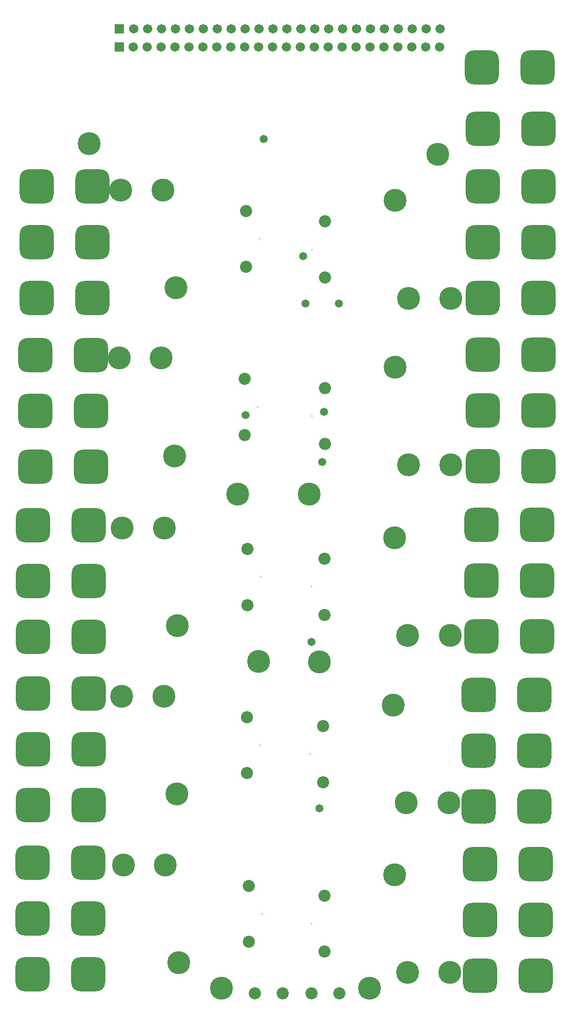
<source format=gts>
%FSLAX23Y23*%
%MOIN*%
G70*
G01*
G75*
G04 Layer_Color=8388736*
%ADD10C,0.031*%
%ADD11C,0.197*%
%ADD12C,0.236*%
%ADD13C,0.165*%
%ADD14C,0.157*%
%ADD15C,0.059*%
%ADD16R,0.059X0.059*%
G04:AMPARAMS|DCode=17|XSize=236mil|YSize=236mil|CornerRadius=59mil|HoleSize=0mil|Usage=FLASHONLY|Rotation=0.000|XOffset=0mil|YOffset=0mil|HoleType=Round|Shape=RoundedRectangle|*
%AMROUNDEDRECTD17*
21,1,0.236,0.118,0,0,0.0*
21,1,0.118,0.236,0,0,0.0*
1,1,0.118,0.059,-0.059*
1,1,0.118,-0.059,-0.059*
1,1,0.118,-0.059,0.059*
1,1,0.118,0.059,0.059*
%
%ADD17ROUNDEDRECTD17*%
%ADD18C,0.157*%
G04:AMPARAMS|DCode=19|XSize=236mil|YSize=236mil|CornerRadius=59mil|HoleSize=0mil|Usage=FLASHONLY|Rotation=270.000|XOffset=0mil|YOffset=0mil|HoleType=Round|Shape=RoundedRectangle|*
%AMROUNDEDRECTD19*
21,1,0.236,0.118,0,0,270.0*
21,1,0.118,0.236,0,0,270.0*
1,1,0.118,-0.059,-0.059*
1,1,0.118,-0.059,0.059*
1,1,0.118,0.059,0.059*
1,1,0.118,0.059,-0.059*
%
%ADD19ROUNDEDRECTD19*%
%ADD20C,0.079*%
%ADD21C,0.050*%
%ADD22C,0.079*%
%ADD23C,0.039*%
%ADD24C,0.071*%
%ADD25C,0.059*%
%ADD26R,0.031X0.024*%
%ADD27R,0.060X0.100*%
%ADD28R,0.100X0.060*%
%ADD29C,0.118*%
%ADD30C,0.008*%
%ADD31C,0.010*%
%ADD32C,0.006*%
%ADD33C,0.067*%
%ADD34R,0.067X0.067*%
G04:AMPARAMS|DCode=35|XSize=244mil|YSize=244mil|CornerRadius=63mil|HoleSize=0mil|Usage=FLASHONLY|Rotation=0.000|XOffset=0mil|YOffset=0mil|HoleType=Round|Shape=RoundedRectangle|*
%AMROUNDEDRECTD35*
21,1,0.244,0.118,0,0,0.0*
21,1,0.118,0.244,0,0,0.0*
1,1,0.126,0.059,-0.059*
1,1,0.126,-0.059,-0.059*
1,1,0.126,-0.059,0.059*
1,1,0.126,0.059,0.059*
%
%ADD35ROUNDEDRECTD35*%
%ADD36C,0.165*%
G04:AMPARAMS|DCode=37|XSize=244mil|YSize=244mil|CornerRadius=63mil|HoleSize=0mil|Usage=FLASHONLY|Rotation=270.000|XOffset=0mil|YOffset=0mil|HoleType=Round|Shape=RoundedRectangle|*
%AMROUNDEDRECTD37*
21,1,0.244,0.118,0,0,270.0*
21,1,0.118,0.244,0,0,270.0*
1,1,0.126,-0.059,-0.059*
1,1,0.126,-0.059,0.059*
1,1,0.126,0.059,0.059*
1,1,0.126,0.059,-0.059*
%
%ADD37ROUNDEDRECTD37*%
%ADD38C,0.087*%
%ADD39C,0.008*%
%ADD40C,0.058*%
D33*
X869Y7216D02*
D03*
X969D02*
D03*
X1069D02*
D03*
X1169D02*
D03*
X1269D02*
D03*
X1369D02*
D03*
X1469D02*
D03*
X1569D02*
D03*
X1669D02*
D03*
X1769D02*
D03*
X1869D02*
D03*
X1969D02*
D03*
X2069D02*
D03*
X2169D02*
D03*
X2269D02*
D03*
X2369D02*
D03*
X2469D02*
D03*
X2569D02*
D03*
X2669D02*
D03*
X2769D02*
D03*
X2869D02*
D03*
X2969D02*
D03*
X3069D02*
D03*
X867Y7088D02*
D03*
X967D02*
D03*
X1067D02*
D03*
X1167D02*
D03*
X1267D02*
D03*
X1367D02*
D03*
X1467D02*
D03*
X1567D02*
D03*
X1667D02*
D03*
X1767D02*
D03*
X1867D02*
D03*
X1967D02*
D03*
X2067D02*
D03*
X2167D02*
D03*
X2267D02*
D03*
X2367D02*
D03*
X2467D02*
D03*
X2567D02*
D03*
X2667D02*
D03*
X2767D02*
D03*
X2867D02*
D03*
X2967D02*
D03*
X3067D02*
D03*
D34*
X767Y7216D02*
D03*
X767Y7088D02*
D03*
D35*
X3370Y6941D02*
D03*
X3770D02*
D03*
X3377Y6501D02*
D03*
X3777D02*
D03*
D36*
X1767Y2681D02*
D03*
X2202Y2676D02*
D03*
X2128Y3881D02*
D03*
X1617D02*
D03*
X1162Y4155D02*
D03*
X1067Y4856D02*
D03*
X764D02*
D03*
X1173Y5361D02*
D03*
X1079Y6062D02*
D03*
X776D02*
D03*
X2747Y5986D02*
D03*
X2842Y5285D02*
D03*
X3145D02*
D03*
X2746Y4790D02*
D03*
X2841Y4089D02*
D03*
X3144D02*
D03*
X1182Y2936D02*
D03*
X1088Y3636D02*
D03*
X785D02*
D03*
X2743Y3566D02*
D03*
X2837Y2866D02*
D03*
X3141D02*
D03*
X1178Y1731D02*
D03*
X1084Y2432D02*
D03*
X781D02*
D03*
X2733Y2366D02*
D03*
X2827Y1666D02*
D03*
X3131D02*
D03*
X1192Y520D02*
D03*
X1097Y1221D02*
D03*
X794D02*
D03*
X2742Y1151D02*
D03*
X2837Y450D02*
D03*
X3140D02*
D03*
X3052Y6316D02*
D03*
X548Y6395D02*
D03*
X1498Y338D02*
D03*
X2561D02*
D03*
D37*
X172Y6086D02*
D03*
Y5686D02*
D03*
X572Y6086D02*
D03*
Y5686D02*
D03*
Y5286D02*
D03*
X172D02*
D03*
X162Y4876D02*
D03*
Y4476D02*
D03*
X562Y4876D02*
D03*
Y4476D02*
D03*
Y4076D02*
D03*
X162D02*
D03*
X147Y3656D02*
D03*
Y3256D02*
D03*
X547Y3656D02*
D03*
Y3256D02*
D03*
Y2856D02*
D03*
X147D02*
D03*
Y2451D02*
D03*
Y2051D02*
D03*
X547Y2451D02*
D03*
Y2051D02*
D03*
Y1651D02*
D03*
X147D02*
D03*
X142Y1236D02*
D03*
Y836D02*
D03*
X542Y1236D02*
D03*
Y836D02*
D03*
Y436D02*
D03*
X142D02*
D03*
X3757Y426D02*
D03*
Y826D02*
D03*
X3357Y426D02*
D03*
Y826D02*
D03*
Y1226D02*
D03*
X3757D02*
D03*
X3747Y1641D02*
D03*
Y2041D02*
D03*
X3347Y1641D02*
D03*
Y2041D02*
D03*
Y2441D02*
D03*
X3747D02*
D03*
X3767Y2861D02*
D03*
Y3261D02*
D03*
X3367Y2861D02*
D03*
Y3261D02*
D03*
Y3661D02*
D03*
X3767D02*
D03*
X3777Y4081D02*
D03*
Y4481D02*
D03*
X3377Y4081D02*
D03*
Y4481D02*
D03*
Y4881D02*
D03*
X3777D02*
D03*
Y5286D02*
D03*
Y5686D02*
D03*
X3377Y5286D02*
D03*
Y5686D02*
D03*
Y6086D02*
D03*
X3777D02*
D03*
D38*
X1666Y4304D02*
D03*
Y4706D02*
D03*
X1677Y5511D02*
D03*
Y5912D02*
D03*
X2243Y5836D02*
D03*
Y5434D02*
D03*
X2242Y4641D02*
D03*
Y4239D02*
D03*
X1686Y3085D02*
D03*
Y3487D02*
D03*
X2239Y3417D02*
D03*
Y3015D02*
D03*
X1682Y1881D02*
D03*
Y2282D02*
D03*
X2229Y2217D02*
D03*
Y1815D02*
D03*
X1696Y669D02*
D03*
Y1071D02*
D03*
X2238Y1001D02*
D03*
Y599D02*
D03*
X1738Y299D02*
D03*
X1938D02*
D03*
X2344Y302D02*
D03*
X2144D02*
D03*
D39*
X1760Y4505D02*
D03*
X1772Y5711D02*
D03*
X2149Y5635D02*
D03*
X2148Y4440D02*
D03*
X1781Y3286D02*
D03*
X2144Y3216D02*
D03*
X1777Y2081D02*
D03*
X2134Y2016D02*
D03*
X1790Y870D02*
D03*
X2144Y800D02*
D03*
D40*
X2237Y4471D02*
D03*
X1672Y4446D02*
D03*
X1802Y6426D02*
D03*
X2102Y5246D02*
D03*
X2087Y5586D02*
D03*
X2342Y5246D02*
D03*
X2222Y4111D02*
D03*
X2147Y2821D02*
D03*
X2202Y1626D02*
D03*
M02*

</source>
